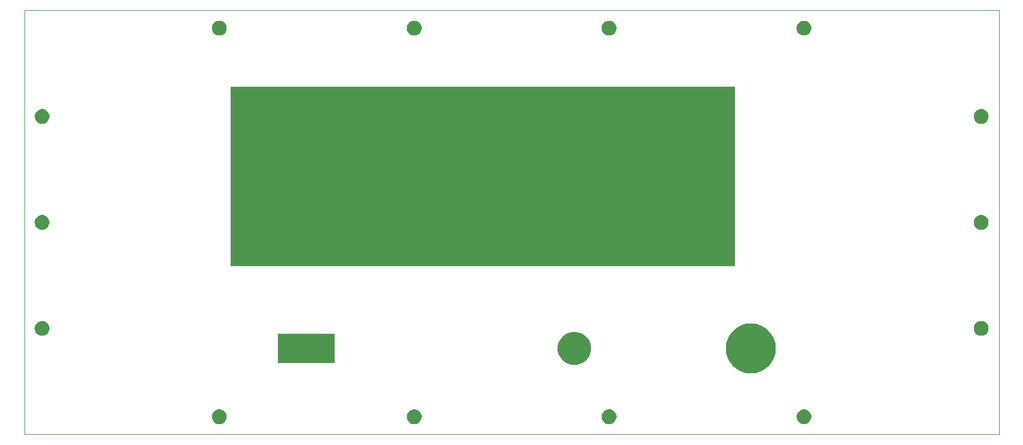
<source format=gbr>
G04*
G04 #@! TF.GenerationSoftware,Altium Limited,Altium Designer,22.4.2 (48)*
G04*
G04 Layer_Color=0*
%FSLAX25Y25*%
%MOIN*%
G70*
G04*
G04 #@! TF.SameCoordinates,7D2DC8EA-B838-4804-8774-C6E9DA1BCFE6*
G04*
G04*
G04 #@! TF.FilePolarity,Positive*
G04*
G01*
G75*
%ADD13C,0.00100*%
G36*
X222496Y28201D02*
Y27290D01*
X222852Y25502D01*
X223549Y23818D01*
X224562Y22303D01*
X225850Y21014D01*
X227366Y20002D01*
X229049Y19304D01*
X230837Y18949D01*
X231748D01*
X232659D01*
X234447Y19304D01*
X236130Y20002D01*
X237646Y21014D01*
X238934Y22303D01*
X239947Y23818D01*
X240645Y25502D01*
X241000Y27290D01*
Y28201D01*
Y29112D01*
X240645Y30900D01*
X239947Y32583D01*
X238934Y34099D01*
X237646Y35387D01*
X236130Y36400D01*
X234447Y37097D01*
X232659Y37453D01*
X231748D01*
X230837D01*
X229049Y37097D01*
X227366Y36400D01*
X225850Y35387D01*
X224562Y34099D01*
X223549Y32583D01*
X222852Y30900D01*
X222496Y29112D01*
Y28201D01*
D01*
D02*
G37*
G36*
X316197D02*
Y27285D01*
X316436Y25468D01*
X316910Y23699D01*
X317611Y22006D01*
X318527Y20419D01*
X319643Y18966D01*
X320938Y17670D01*
X322392Y16555D01*
X323978Y15639D01*
X325671Y14938D01*
X327441Y14464D01*
X329257Y14224D01*
X330173D01*
X331089D01*
X332906Y14464D01*
X334675Y14938D01*
X336368Y15639D01*
X337955Y16555D01*
X339408Y17670D01*
X340704Y18966D01*
X341819Y20419D01*
X342735Y22006D01*
X343436Y23699D01*
X343911Y25468D01*
X344150Y27285D01*
Y28201D01*
Y29117D01*
X343911Y30933D01*
X343436Y32703D01*
X342735Y34396D01*
X341819Y35982D01*
X340704Y37436D01*
X339408Y38731D01*
X337955Y39847D01*
X336368Y40763D01*
X334675Y41464D01*
X332906Y41938D01*
X331089Y42177D01*
X330173D01*
X329257D01*
X327441Y41938D01*
X325671Y41464D01*
X323978Y40763D01*
X322392Y39847D01*
X320938Y38731D01*
X319643Y37436D01*
X318527Y35982D01*
X317611Y34396D01*
X316910Y32703D01*
X316436Y30933D01*
X316197Y29117D01*
Y28201D01*
D01*
D02*
G37*
G36*
X33712Y-13976D02*
X33305D01*
X32506Y-13817D01*
X31754Y-13506D01*
X31077Y-13054D01*
X30501Y-12478D01*
X30048Y-11801D01*
X29737Y-11048D01*
X29578Y-10250D01*
Y-9843D01*
Y-9435D01*
X29737Y-8637D01*
X30048Y-7884D01*
X30501Y-7207D01*
X31077Y-6632D01*
X31754Y-6179D01*
X32506Y-5867D01*
X33305Y-5709D01*
X33712D01*
X34119D01*
X34918Y-5867D01*
X35670Y-6179D01*
X36347Y-6632D01*
X36923Y-7207D01*
X37375Y-7884D01*
X37687Y-8637D01*
X37846Y-9435D01*
Y-9843D01*
Y-10250D01*
X37687Y-11048D01*
X37375Y-11801D01*
X36923Y-12478D01*
X36347Y-13054D01*
X35670Y-13506D01*
X34918Y-13817D01*
X34119Y-13976D01*
X33712D01*
D01*
D02*
G37*
G36*
X142424D02*
X142016D01*
X141218Y-13817D01*
X140465Y-13506D01*
X139788Y-13054D01*
X139213Y-12478D01*
X138760Y-11801D01*
X138449Y-11048D01*
X138290Y-10250D01*
Y-9843D01*
Y-9435D01*
X138449Y-8637D01*
X138760Y-7884D01*
X139213Y-7207D01*
X139788Y-6632D01*
X140465Y-6179D01*
X141218Y-5867D01*
X142016Y-5709D01*
X142424D01*
X142831D01*
X143629Y-5867D01*
X144382Y-6179D01*
X145059Y-6632D01*
X145635Y-7207D01*
X146087Y-7884D01*
X146399Y-8637D01*
X146557Y-9435D01*
Y-9843D01*
Y-10250D01*
X146399Y-11048D01*
X146087Y-11801D01*
X145635Y-12478D01*
X145059Y-13054D01*
X144382Y-13506D01*
X143629Y-13817D01*
X142831Y-13976D01*
X142424D01*
D01*
D02*
G37*
G36*
X247002Y-9843D02*
Y-10250D01*
X247160Y-11048D01*
X247472Y-11801D01*
X247924Y-12478D01*
X248500Y-13054D01*
X249177Y-13506D01*
X249930Y-13817D01*
X250728Y-13976D01*
X251135D01*
X251543D01*
X252341Y-13817D01*
X253094Y-13506D01*
X253771Y-13054D01*
X254346Y-12478D01*
X254799Y-11801D01*
X255110Y-11048D01*
X255269Y-10250D01*
Y-9843D01*
Y-9435D01*
X255110Y-8637D01*
X254799Y-7884D01*
X254346Y-7207D01*
X253771Y-6632D01*
X253094Y-6179D01*
X252341Y-5867D01*
X251543Y-5709D01*
X251135D01*
X250728D01*
X249930Y-5867D01*
X249177Y-6179D01*
X248500Y-6632D01*
X247924Y-7207D01*
X247472Y-7884D01*
X247160Y-8637D01*
X247002Y-9435D01*
Y-9843D01*
D01*
D02*
G37*
G36*
X355713D02*
Y-10250D01*
X355872Y-11048D01*
X356184Y-11801D01*
X356636Y-12478D01*
X357212Y-13054D01*
X357889Y-13506D01*
X358641Y-13817D01*
X359440Y-13976D01*
X359847D01*
X360254D01*
X361053Y-13817D01*
X361805Y-13506D01*
X362482Y-13054D01*
X363058Y-12478D01*
X363511Y-11801D01*
X363822Y-11048D01*
X363981Y-10250D01*
Y-9843D01*
Y-9435D01*
X363822Y-8637D01*
X363511Y-7884D01*
X363058Y-7207D01*
X362482Y-6632D01*
X361805Y-6179D01*
X361053Y-5867D01*
X360254Y-5709D01*
X359847D01*
X359440D01*
X358641Y-5867D01*
X357889Y-6179D01*
X357212Y-6632D01*
X356636Y-7207D01*
X356184Y-7884D01*
X355872Y-8637D01*
X355713Y-9435D01*
Y-9843D01*
D01*
D02*
G37*
G36*
X454583Y39370D02*
Y38963D01*
X454741Y38164D01*
X455053Y37412D01*
X455506Y36735D01*
X456081Y36159D01*
X456758Y35707D01*
X457511Y35395D01*
X458309Y35236D01*
X458716D01*
X459124D01*
X459922Y35395D01*
X460675Y35707D01*
X461352Y36159D01*
X461928Y36735D01*
X462380Y37412D01*
X462691Y38164D01*
X462850Y38963D01*
Y39370D01*
Y39777D01*
X462691Y40576D01*
X462380Y41328D01*
X461928Y42005D01*
X461352Y42581D01*
X460675Y43033D01*
X459922Y43345D01*
X459124Y43504D01*
X458716D01*
X458309D01*
X457511Y43345D01*
X456758Y43033D01*
X456081Y42581D01*
X455506Y42005D01*
X455053Y41328D01*
X454741Y40576D01*
X454583Y39777D01*
Y39370D01*
D01*
D02*
G37*
G36*
Y98425D02*
Y98018D01*
X454741Y97219D01*
X455053Y96467D01*
X455506Y95790D01*
X456081Y95214D01*
X456758Y94762D01*
X457511Y94450D01*
X458309Y94291D01*
X458716D01*
X459124D01*
X459922Y94450D01*
X460675Y94762D01*
X461352Y95214D01*
X461928Y95790D01*
X462380Y96467D01*
X462691Y97219D01*
X462850Y98018D01*
Y98425D01*
Y98832D01*
X462691Y99631D01*
X462380Y100383D01*
X461928Y101060D01*
X461352Y101636D01*
X460675Y102088D01*
X459922Y102400D01*
X459124Y102559D01*
X458716D01*
X458309D01*
X457511Y102400D01*
X456758Y102088D01*
X456081Y101636D01*
X455506Y101060D01*
X455053Y100383D01*
X454741Y99631D01*
X454583Y98832D01*
Y98425D01*
D01*
D02*
G37*
G36*
Y157480D02*
Y157073D01*
X454741Y156274D01*
X455053Y155522D01*
X455506Y154845D01*
X456081Y154269D01*
X456758Y153817D01*
X457511Y153505D01*
X458309Y153346D01*
X458716D01*
X459124D01*
X459922Y153505D01*
X460675Y153817D01*
X461352Y154269D01*
X461928Y154845D01*
X462380Y155522D01*
X462691Y156274D01*
X462850Y157073D01*
Y157480D01*
Y157887D01*
X462691Y158686D01*
X462380Y159438D01*
X461928Y160116D01*
X461352Y160691D01*
X460675Y161144D01*
X459922Y161455D01*
X459124Y161614D01*
X458716D01*
X458309D01*
X457511Y161455D01*
X456758Y161144D01*
X456081Y160691D01*
X455506Y160116D01*
X455053Y159438D01*
X454741Y158686D01*
X454583Y157887D01*
Y157480D01*
D01*
D02*
G37*
G36*
X359847Y202559D02*
X359440D01*
X358641Y202718D01*
X357889Y203029D01*
X357212Y203482D01*
X356636Y204058D01*
X356184Y204735D01*
X355872Y205487D01*
X355713Y206286D01*
Y206693D01*
Y207100D01*
X355872Y207899D01*
X356184Y208651D01*
X356636Y209328D01*
X357212Y209904D01*
X357889Y210356D01*
X358641Y210668D01*
X359440Y210827D01*
X359847D01*
X360254D01*
X361053Y210668D01*
X361805Y210356D01*
X362482Y209904D01*
X363058Y209328D01*
X363511Y208651D01*
X363822Y207899D01*
X363981Y207100D01*
Y206693D01*
Y206286D01*
X363822Y205487D01*
X363511Y204735D01*
X363058Y204058D01*
X362482Y203482D01*
X361805Y203029D01*
X361053Y202718D01*
X360254Y202559D01*
X359847D01*
D01*
D02*
G37*
G36*
X251135D02*
X250728D01*
X249930Y202718D01*
X249177Y203029D01*
X248500Y203482D01*
X247924Y204058D01*
X247472Y204735D01*
X247160Y205487D01*
X247002Y206286D01*
Y206693D01*
Y207100D01*
X247160Y207899D01*
X247472Y208651D01*
X247924Y209328D01*
X248500Y209904D01*
X249177Y210356D01*
X249930Y210668D01*
X250728Y210827D01*
X251135D01*
X251543D01*
X252341Y210668D01*
X253094Y210356D01*
X253771Y209904D01*
X254346Y209328D01*
X254799Y208651D01*
X255110Y207899D01*
X255269Y207100D01*
Y206693D01*
Y206286D01*
X255110Y205487D01*
X254799Y204735D01*
X254346Y204058D01*
X253771Y203482D01*
X253094Y203029D01*
X252341Y202718D01*
X251543Y202559D01*
X251135D01*
D01*
D02*
G37*
G36*
X142424D02*
X142016D01*
X141218Y202718D01*
X140465Y203029D01*
X139788Y203482D01*
X139213Y204058D01*
X138760Y204735D01*
X138449Y205487D01*
X138290Y206286D01*
Y206693D01*
Y207100D01*
X138449Y207899D01*
X138760Y208651D01*
X139213Y209328D01*
X139788Y209904D01*
X140465Y210356D01*
X141218Y210668D01*
X142016Y210827D01*
X142424D01*
X142831D01*
X143629Y210668D01*
X144382Y210356D01*
X145059Y209904D01*
X145635Y209328D01*
X146087Y208651D01*
X146399Y207899D01*
X146557Y207100D01*
Y206693D01*
Y206286D01*
X146399Y205487D01*
X146087Y204735D01*
X145635Y204058D01*
X145059Y203482D01*
X144382Y203029D01*
X143629Y202718D01*
X142831Y202559D01*
X142424D01*
D01*
D02*
G37*
G36*
X33712D02*
X33305D01*
X32506Y202718D01*
X31754Y203029D01*
X31077Y203482D01*
X30501Y204058D01*
X30048Y204735D01*
X29737Y205487D01*
X29578Y206286D01*
Y206693D01*
Y207100D01*
X29737Y207899D01*
X30048Y208651D01*
X30501Y209328D01*
X31077Y209904D01*
X31754Y210356D01*
X32506Y210668D01*
X33305Y210827D01*
X33712D01*
X34119D01*
X34918Y210668D01*
X35670Y210356D01*
X36347Y209904D01*
X36923Y209328D01*
X37375Y208651D01*
X37687Y207899D01*
X37846Y207100D01*
Y206693D01*
Y206286D01*
X37687Y205487D01*
X37375Y204735D01*
X36923Y204058D01*
X36347Y203482D01*
X35670Y203029D01*
X34918Y202718D01*
X34119Y202559D01*
X33712D01*
D01*
D02*
G37*
G36*
X-65158Y153346D02*
X-65565D01*
X-66363Y153505D01*
X-67116Y153817D01*
X-67793Y154269D01*
X-68369Y154845D01*
X-68821Y155522D01*
X-69133Y156274D01*
X-69291Y157073D01*
Y157480D01*
Y157887D01*
X-69133Y158686D01*
X-68821Y159438D01*
X-68369Y160116D01*
X-67793Y160691D01*
X-67116Y161144D01*
X-66363Y161455D01*
X-65565Y161614D01*
X-65158D01*
X-64750D01*
X-63952Y161455D01*
X-63199Y161144D01*
X-62522Y160691D01*
X-61946Y160116D01*
X-61494Y159438D01*
X-61182Y158686D01*
X-61024Y157887D01*
Y157480D01*
Y157073D01*
X-61182Y156274D01*
X-61494Y155522D01*
X-61946Y154845D01*
X-62522Y154269D01*
X-63199Y153817D01*
X-63952Y153505D01*
X-64750Y153346D01*
X-65158D01*
D01*
D02*
G37*
G36*
Y94291D02*
X-65565D01*
X-66363Y94450D01*
X-67116Y94762D01*
X-67793Y95214D01*
X-68369Y95790D01*
X-68821Y96467D01*
X-69133Y97219D01*
X-69291Y98018D01*
Y98425D01*
Y98832D01*
X-69133Y99631D01*
X-68821Y100383D01*
X-68369Y101060D01*
X-67793Y101636D01*
X-67116Y102088D01*
X-66363Y102400D01*
X-65565Y102559D01*
X-65158D01*
X-64750D01*
X-63952Y102400D01*
X-63199Y102088D01*
X-62522Y101636D01*
X-61946Y101060D01*
X-61494Y100383D01*
X-61182Y99631D01*
X-61024Y98832D01*
Y98425D01*
Y98018D01*
X-61182Y97219D01*
X-61494Y96467D01*
X-61946Y95790D01*
X-62522Y95214D01*
X-63199Y94762D01*
X-63952Y94450D01*
X-64750Y94291D01*
X-65158D01*
D01*
D02*
G37*
G36*
Y35236D02*
X-65565D01*
X-66363Y35395D01*
X-67116Y35707D01*
X-67793Y36159D01*
X-68369Y36735D01*
X-68821Y37412D01*
X-69133Y38164D01*
X-69291Y38963D01*
Y39370D01*
Y39777D01*
X-69133Y40576D01*
X-68821Y41328D01*
X-68369Y42005D01*
X-67793Y42581D01*
X-67116Y43033D01*
X-66363Y43345D01*
X-65565Y43504D01*
X-65158D01*
X-64750D01*
X-63952Y43345D01*
X-63199Y43033D01*
X-62522Y42581D01*
X-61946Y42005D01*
X-61494Y41328D01*
X-61182Y40576D01*
X-61024Y39777D01*
Y39370D01*
Y38963D01*
X-61182Y38164D01*
X-61494Y37412D01*
X-61946Y36735D01*
X-62522Y36159D01*
X-63199Y35707D01*
X-63952Y35395D01*
X-64750Y35236D01*
X-65158D01*
D01*
D02*
G37*
G36*
X40063Y74079D02*
X321512D01*
Y174110D01*
X40063D01*
Y74079D01*
D02*
G37*
G36*
X66394Y19933D02*
Y36468D01*
X97890D01*
Y19933D01*
X66394D01*
D02*
G37*
D13*
X-75000Y-19685D02*
X468559D01*
Y216535D01*
X-75000D01*
Y-19685D01*
M02*

</source>
